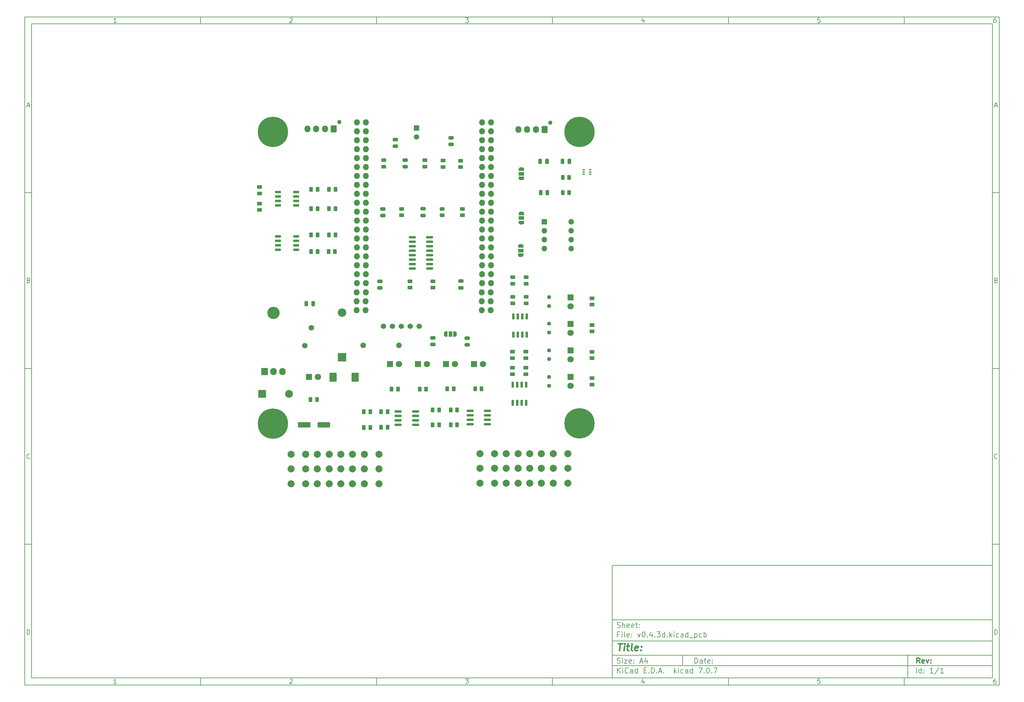
<source format=gbr>
%TF.GenerationSoftware,KiCad,Pcbnew,7.0.7*%
%TF.CreationDate,2024-10-02T11:43:54-03:00*%
%TF.ProjectId,v0.4.3d,76302e34-2e33-4642-9e6b-696361645f70,rev?*%
%TF.SameCoordinates,Original*%
%TF.FileFunction,Soldermask,Top*%
%TF.FilePolarity,Negative*%
%FSLAX46Y46*%
G04 Gerber Fmt 4.6, Leading zero omitted, Abs format (unit mm)*
G04 Created by KiCad (PCBNEW 7.0.7) date 2024-10-02 11:43:54*
%MOMM*%
%LPD*%
G01*
G04 APERTURE LIST*
G04 Aperture macros list*
%AMRoundRect*
0 Rectangle with rounded corners*
0 $1 Rounding radius*
0 $2 $3 $4 $5 $6 $7 $8 $9 X,Y pos of 4 corners*
0 Add a 4 corners polygon primitive as box body*
4,1,4,$2,$3,$4,$5,$6,$7,$8,$9,$2,$3,0*
0 Add four circle primitives for the rounded corners*
1,1,$1+$1,$2,$3*
1,1,$1+$1,$4,$5*
1,1,$1+$1,$6,$7*
1,1,$1+$1,$8,$9*
0 Add four rect primitives between the rounded corners*
20,1,$1+$1,$2,$3,$4,$5,0*
20,1,$1+$1,$4,$5,$6,$7,0*
20,1,$1+$1,$6,$7,$8,$9,0*
20,1,$1+$1,$8,$9,$2,$3,0*%
%AMFreePoly0*
4,1,19,0.550000,-0.750000,0.000000,-0.750000,0.000000,-0.744911,-0.071157,-0.744911,-0.207708,-0.704816,-0.327430,-0.627875,-0.420627,-0.520320,-0.479746,-0.390866,-0.500000,-0.250000,-0.500000,0.250000,-0.479746,0.390866,-0.420627,0.520320,-0.327430,0.627875,-0.207708,0.704816,-0.071157,0.744911,0.000000,0.744911,0.000000,0.750000,0.550000,0.750000,0.550000,-0.750000,0.550000,-0.750000,
$1*%
%AMFreePoly1*
4,1,19,0.000000,0.744911,0.071157,0.744911,0.207708,0.704816,0.327430,0.627875,0.420627,0.520320,0.479746,0.390866,0.500000,0.250000,0.500000,-0.250000,0.479746,-0.390866,0.420627,-0.520320,0.327430,-0.627875,0.207708,-0.704816,0.071157,-0.744911,0.000000,-0.744911,0.000000,-0.750000,-0.550000,-0.750000,-0.550000,0.750000,0.000000,0.750000,0.000000,0.744911,0.000000,0.744911,
$1*%
G04 Aperture macros list end*
%ADD10C,0.100000*%
%ADD11C,0.150000*%
%ADD12C,0.300000*%
%ADD13C,0.400000*%
%ADD14RoundRect,0.150000X-0.150000X0.725000X-0.150000X-0.725000X0.150000X-0.725000X0.150000X0.725000X0*%
%ADD15RoundRect,0.150000X0.725000X0.150000X-0.725000X0.150000X-0.725000X-0.150000X0.725000X-0.150000X0*%
%ADD16RoundRect,0.250000X0.450000X-0.262500X0.450000X0.262500X-0.450000X0.262500X-0.450000X-0.262500X0*%
%ADD17RoundRect,0.250000X-0.450000X0.262500X-0.450000X-0.262500X0.450000X-0.262500X0.450000X0.262500X0*%
%ADD18RoundRect,0.250000X-1.500000X-0.550000X1.500000X-0.550000X1.500000X0.550000X-1.500000X0.550000X0*%
%ADD19RoundRect,0.250000X0.250000X0.475000X-0.250000X0.475000X-0.250000X-0.475000X0.250000X-0.475000X0*%
%ADD20RoundRect,0.250000X0.262500X0.450000X-0.262500X0.450000X-0.262500X-0.450000X0.262500X-0.450000X0*%
%ADD21R,1.800000X1.800000*%
%ADD22C,1.800000*%
%ADD23C,1.200000*%
%ADD24RoundRect,0.250000X0.600000X0.725000X-0.600000X0.725000X-0.600000X-0.725000X0.600000X-0.725000X0*%
%ADD25O,1.700000X1.950000*%
%ADD26RoundRect,0.250000X-0.250000X-0.475000X0.250000X-0.475000X0.250000X0.475000X-0.250000X0.475000X0*%
%ADD27RoundRect,0.250000X-0.262500X-0.450000X0.262500X-0.450000X0.262500X0.450000X-0.262500X0.450000X0*%
%ADD28C,0.900000*%
%ADD29C,8.600000*%
%ADD30R,0.650000X0.400000*%
%ADD31FreePoly0,90.000000*%
%ADD32R,1.500000X1.000000*%
%ADD33FreePoly1,90.000000*%
%ADD34RoundRect,0.150000X-0.825000X-0.150000X0.825000X-0.150000X0.825000X0.150000X-0.825000X0.150000X0*%
%ADD35R,2.400000X2.400000*%
%ADD36O,2.400000X2.400000*%
%ADD37O,1.727200X1.727200*%
%ADD38C,1.524000*%
%ADD39R,1.524000X1.524000*%
%ADD40RoundRect,0.250000X0.475000X-0.250000X0.475000X0.250000X-0.475000X0.250000X-0.475000X-0.250000X0*%
%ADD41RoundRect,0.250000X0.250000X-0.250000X0.250000X0.250000X-0.250000X0.250000X-0.250000X-0.250000X0*%
%ADD42R,2.200000X2.200000*%
%ADD43O,2.200000X2.200000*%
%ADD44C,1.600000*%
%ADD45O,1.600000X1.600000*%
%ADD46C,1.560000*%
%ADD47RoundRect,0.250000X-0.475000X0.250000X-0.475000X-0.250000X0.475000X-0.250000X0.475000X0.250000X0*%
%ADD48FreePoly0,270.000000*%
%ADD49FreePoly1,270.000000*%
%ADD50FreePoly0,180.000000*%
%ADD51R,1.000000X1.500000*%
%ADD52FreePoly1,180.000000*%
%ADD53R,1.600000X1.600000*%
%ADD54O,3.500000X3.500000*%
%ADD55R,1.905000X2.000000*%
%ADD56O,1.905000X2.000000*%
%ADD57C,2.000000*%
%ADD58RoundRect,0.250000X-0.787500X-1.025000X0.787500X-1.025000X0.787500X1.025000X-0.787500X1.025000X0*%
G04 APERTURE END LIST*
D10*
D11*
X177002200Y-166007200D02*
X285002200Y-166007200D01*
X285002200Y-198007200D01*
X177002200Y-198007200D01*
X177002200Y-166007200D01*
D10*
D11*
X10000000Y-10000000D02*
X287002200Y-10000000D01*
X287002200Y-200007200D01*
X10000000Y-200007200D01*
X10000000Y-10000000D01*
D10*
D11*
X12000000Y-12000000D02*
X285002200Y-12000000D01*
X285002200Y-198007200D01*
X12000000Y-198007200D01*
X12000000Y-12000000D01*
D10*
D11*
X60000000Y-12000000D02*
X60000000Y-10000000D01*
D10*
D11*
X110000000Y-12000000D02*
X110000000Y-10000000D01*
D10*
D11*
X160000000Y-12000000D02*
X160000000Y-10000000D01*
D10*
D11*
X210000000Y-12000000D02*
X210000000Y-10000000D01*
D10*
D11*
X260000000Y-12000000D02*
X260000000Y-10000000D01*
D10*
D11*
X36089160Y-11593604D02*
X35346303Y-11593604D01*
X35717731Y-11593604D02*
X35717731Y-10293604D01*
X35717731Y-10293604D02*
X35593922Y-10479319D01*
X35593922Y-10479319D02*
X35470112Y-10603128D01*
X35470112Y-10603128D02*
X35346303Y-10665033D01*
D10*
D11*
X85346303Y-10417414D02*
X85408207Y-10355509D01*
X85408207Y-10355509D02*
X85532017Y-10293604D01*
X85532017Y-10293604D02*
X85841541Y-10293604D01*
X85841541Y-10293604D02*
X85965350Y-10355509D01*
X85965350Y-10355509D02*
X86027255Y-10417414D01*
X86027255Y-10417414D02*
X86089160Y-10541223D01*
X86089160Y-10541223D02*
X86089160Y-10665033D01*
X86089160Y-10665033D02*
X86027255Y-10850747D01*
X86027255Y-10850747D02*
X85284398Y-11593604D01*
X85284398Y-11593604D02*
X86089160Y-11593604D01*
D10*
D11*
X135284398Y-10293604D02*
X136089160Y-10293604D01*
X136089160Y-10293604D02*
X135655826Y-10788842D01*
X135655826Y-10788842D02*
X135841541Y-10788842D01*
X135841541Y-10788842D02*
X135965350Y-10850747D01*
X135965350Y-10850747D02*
X136027255Y-10912652D01*
X136027255Y-10912652D02*
X136089160Y-11036461D01*
X136089160Y-11036461D02*
X136089160Y-11345985D01*
X136089160Y-11345985D02*
X136027255Y-11469795D01*
X136027255Y-11469795D02*
X135965350Y-11531700D01*
X135965350Y-11531700D02*
X135841541Y-11593604D01*
X135841541Y-11593604D02*
X135470112Y-11593604D01*
X135470112Y-11593604D02*
X135346303Y-11531700D01*
X135346303Y-11531700D02*
X135284398Y-11469795D01*
D10*
D11*
X185965350Y-10726938D02*
X185965350Y-11593604D01*
X185655826Y-10231700D02*
X185346303Y-11160271D01*
X185346303Y-11160271D02*
X186151064Y-11160271D01*
D10*
D11*
X236027255Y-10293604D02*
X235408207Y-10293604D01*
X235408207Y-10293604D02*
X235346303Y-10912652D01*
X235346303Y-10912652D02*
X235408207Y-10850747D01*
X235408207Y-10850747D02*
X235532017Y-10788842D01*
X235532017Y-10788842D02*
X235841541Y-10788842D01*
X235841541Y-10788842D02*
X235965350Y-10850747D01*
X235965350Y-10850747D02*
X236027255Y-10912652D01*
X236027255Y-10912652D02*
X236089160Y-11036461D01*
X236089160Y-11036461D02*
X236089160Y-11345985D01*
X236089160Y-11345985D02*
X236027255Y-11469795D01*
X236027255Y-11469795D02*
X235965350Y-11531700D01*
X235965350Y-11531700D02*
X235841541Y-11593604D01*
X235841541Y-11593604D02*
X235532017Y-11593604D01*
X235532017Y-11593604D02*
X235408207Y-11531700D01*
X235408207Y-11531700D02*
X235346303Y-11469795D01*
D10*
D11*
X285965350Y-10293604D02*
X285717731Y-10293604D01*
X285717731Y-10293604D02*
X285593922Y-10355509D01*
X285593922Y-10355509D02*
X285532017Y-10417414D01*
X285532017Y-10417414D02*
X285408207Y-10603128D01*
X285408207Y-10603128D02*
X285346303Y-10850747D01*
X285346303Y-10850747D02*
X285346303Y-11345985D01*
X285346303Y-11345985D02*
X285408207Y-11469795D01*
X285408207Y-11469795D02*
X285470112Y-11531700D01*
X285470112Y-11531700D02*
X285593922Y-11593604D01*
X285593922Y-11593604D02*
X285841541Y-11593604D01*
X285841541Y-11593604D02*
X285965350Y-11531700D01*
X285965350Y-11531700D02*
X286027255Y-11469795D01*
X286027255Y-11469795D02*
X286089160Y-11345985D01*
X286089160Y-11345985D02*
X286089160Y-11036461D01*
X286089160Y-11036461D02*
X286027255Y-10912652D01*
X286027255Y-10912652D02*
X285965350Y-10850747D01*
X285965350Y-10850747D02*
X285841541Y-10788842D01*
X285841541Y-10788842D02*
X285593922Y-10788842D01*
X285593922Y-10788842D02*
X285470112Y-10850747D01*
X285470112Y-10850747D02*
X285408207Y-10912652D01*
X285408207Y-10912652D02*
X285346303Y-11036461D01*
D10*
D11*
X60000000Y-198007200D02*
X60000000Y-200007200D01*
D10*
D11*
X110000000Y-198007200D02*
X110000000Y-200007200D01*
D10*
D11*
X160000000Y-198007200D02*
X160000000Y-200007200D01*
D10*
D11*
X210000000Y-198007200D02*
X210000000Y-200007200D01*
D10*
D11*
X260000000Y-198007200D02*
X260000000Y-200007200D01*
D10*
D11*
X36089160Y-199600804D02*
X35346303Y-199600804D01*
X35717731Y-199600804D02*
X35717731Y-198300804D01*
X35717731Y-198300804D02*
X35593922Y-198486519D01*
X35593922Y-198486519D02*
X35470112Y-198610328D01*
X35470112Y-198610328D02*
X35346303Y-198672233D01*
D10*
D11*
X85346303Y-198424614D02*
X85408207Y-198362709D01*
X85408207Y-198362709D02*
X85532017Y-198300804D01*
X85532017Y-198300804D02*
X85841541Y-198300804D01*
X85841541Y-198300804D02*
X85965350Y-198362709D01*
X85965350Y-198362709D02*
X86027255Y-198424614D01*
X86027255Y-198424614D02*
X86089160Y-198548423D01*
X86089160Y-198548423D02*
X86089160Y-198672233D01*
X86089160Y-198672233D02*
X86027255Y-198857947D01*
X86027255Y-198857947D02*
X85284398Y-199600804D01*
X85284398Y-199600804D02*
X86089160Y-199600804D01*
D10*
D11*
X135284398Y-198300804D02*
X136089160Y-198300804D01*
X136089160Y-198300804D02*
X135655826Y-198796042D01*
X135655826Y-198796042D02*
X135841541Y-198796042D01*
X135841541Y-198796042D02*
X135965350Y-198857947D01*
X135965350Y-198857947D02*
X136027255Y-198919852D01*
X136027255Y-198919852D02*
X136089160Y-199043661D01*
X136089160Y-199043661D02*
X136089160Y-199353185D01*
X136089160Y-199353185D02*
X136027255Y-199476995D01*
X136027255Y-199476995D02*
X135965350Y-199538900D01*
X135965350Y-199538900D02*
X135841541Y-199600804D01*
X135841541Y-199600804D02*
X135470112Y-199600804D01*
X135470112Y-199600804D02*
X135346303Y-199538900D01*
X135346303Y-199538900D02*
X135284398Y-199476995D01*
D10*
D11*
X185965350Y-198734138D02*
X185965350Y-199600804D01*
X185655826Y-198238900D02*
X185346303Y-199167471D01*
X185346303Y-199167471D02*
X186151064Y-199167471D01*
D10*
D11*
X236027255Y-198300804D02*
X235408207Y-198300804D01*
X235408207Y-198300804D02*
X235346303Y-198919852D01*
X235346303Y-198919852D02*
X235408207Y-198857947D01*
X235408207Y-198857947D02*
X235532017Y-198796042D01*
X235532017Y-198796042D02*
X235841541Y-198796042D01*
X235841541Y-198796042D02*
X235965350Y-198857947D01*
X235965350Y-198857947D02*
X236027255Y-198919852D01*
X236027255Y-198919852D02*
X236089160Y-199043661D01*
X236089160Y-199043661D02*
X236089160Y-199353185D01*
X236089160Y-199353185D02*
X236027255Y-199476995D01*
X236027255Y-199476995D02*
X235965350Y-199538900D01*
X235965350Y-199538900D02*
X235841541Y-199600804D01*
X235841541Y-199600804D02*
X235532017Y-199600804D01*
X235532017Y-199600804D02*
X235408207Y-199538900D01*
X235408207Y-199538900D02*
X235346303Y-199476995D01*
D10*
D11*
X285965350Y-198300804D02*
X285717731Y-198300804D01*
X285717731Y-198300804D02*
X285593922Y-198362709D01*
X285593922Y-198362709D02*
X285532017Y-198424614D01*
X285532017Y-198424614D02*
X285408207Y-198610328D01*
X285408207Y-198610328D02*
X285346303Y-198857947D01*
X285346303Y-198857947D02*
X285346303Y-199353185D01*
X285346303Y-199353185D02*
X285408207Y-199476995D01*
X285408207Y-199476995D02*
X285470112Y-199538900D01*
X285470112Y-199538900D02*
X285593922Y-199600804D01*
X285593922Y-199600804D02*
X285841541Y-199600804D01*
X285841541Y-199600804D02*
X285965350Y-199538900D01*
X285965350Y-199538900D02*
X286027255Y-199476995D01*
X286027255Y-199476995D02*
X286089160Y-199353185D01*
X286089160Y-199353185D02*
X286089160Y-199043661D01*
X286089160Y-199043661D02*
X286027255Y-198919852D01*
X286027255Y-198919852D02*
X285965350Y-198857947D01*
X285965350Y-198857947D02*
X285841541Y-198796042D01*
X285841541Y-198796042D02*
X285593922Y-198796042D01*
X285593922Y-198796042D02*
X285470112Y-198857947D01*
X285470112Y-198857947D02*
X285408207Y-198919852D01*
X285408207Y-198919852D02*
X285346303Y-199043661D01*
D10*
D11*
X10000000Y-60000000D02*
X12000000Y-60000000D01*
D10*
D11*
X10000000Y-110000000D02*
X12000000Y-110000000D01*
D10*
D11*
X10000000Y-160000000D02*
X12000000Y-160000000D01*
D10*
D11*
X10690476Y-35222176D02*
X11309523Y-35222176D01*
X10566666Y-35593604D02*
X10999999Y-34293604D01*
X10999999Y-34293604D02*
X11433333Y-35593604D01*
D10*
D11*
X11092857Y-84912652D02*
X11278571Y-84974557D01*
X11278571Y-84974557D02*
X11340476Y-85036461D01*
X11340476Y-85036461D02*
X11402380Y-85160271D01*
X11402380Y-85160271D02*
X11402380Y-85345985D01*
X11402380Y-85345985D02*
X11340476Y-85469795D01*
X11340476Y-85469795D02*
X11278571Y-85531700D01*
X11278571Y-85531700D02*
X11154761Y-85593604D01*
X11154761Y-85593604D02*
X10659523Y-85593604D01*
X10659523Y-85593604D02*
X10659523Y-84293604D01*
X10659523Y-84293604D02*
X11092857Y-84293604D01*
X11092857Y-84293604D02*
X11216666Y-84355509D01*
X11216666Y-84355509D02*
X11278571Y-84417414D01*
X11278571Y-84417414D02*
X11340476Y-84541223D01*
X11340476Y-84541223D02*
X11340476Y-84665033D01*
X11340476Y-84665033D02*
X11278571Y-84788842D01*
X11278571Y-84788842D02*
X11216666Y-84850747D01*
X11216666Y-84850747D02*
X11092857Y-84912652D01*
X11092857Y-84912652D02*
X10659523Y-84912652D01*
D10*
D11*
X11402380Y-135469795D02*
X11340476Y-135531700D01*
X11340476Y-135531700D02*
X11154761Y-135593604D01*
X11154761Y-135593604D02*
X11030952Y-135593604D01*
X11030952Y-135593604D02*
X10845238Y-135531700D01*
X10845238Y-135531700D02*
X10721428Y-135407890D01*
X10721428Y-135407890D02*
X10659523Y-135284080D01*
X10659523Y-135284080D02*
X10597619Y-135036461D01*
X10597619Y-135036461D02*
X10597619Y-134850747D01*
X10597619Y-134850747D02*
X10659523Y-134603128D01*
X10659523Y-134603128D02*
X10721428Y-134479319D01*
X10721428Y-134479319D02*
X10845238Y-134355509D01*
X10845238Y-134355509D02*
X11030952Y-134293604D01*
X11030952Y-134293604D02*
X11154761Y-134293604D01*
X11154761Y-134293604D02*
X11340476Y-134355509D01*
X11340476Y-134355509D02*
X11402380Y-134417414D01*
D10*
D11*
X10659523Y-185593604D02*
X10659523Y-184293604D01*
X10659523Y-184293604D02*
X10969047Y-184293604D01*
X10969047Y-184293604D02*
X11154761Y-184355509D01*
X11154761Y-184355509D02*
X11278571Y-184479319D01*
X11278571Y-184479319D02*
X11340476Y-184603128D01*
X11340476Y-184603128D02*
X11402380Y-184850747D01*
X11402380Y-184850747D02*
X11402380Y-185036461D01*
X11402380Y-185036461D02*
X11340476Y-185284080D01*
X11340476Y-185284080D02*
X11278571Y-185407890D01*
X11278571Y-185407890D02*
X11154761Y-185531700D01*
X11154761Y-185531700D02*
X10969047Y-185593604D01*
X10969047Y-185593604D02*
X10659523Y-185593604D01*
D10*
D11*
X287002200Y-60000000D02*
X285002200Y-60000000D01*
D10*
D11*
X287002200Y-110000000D02*
X285002200Y-110000000D01*
D10*
D11*
X287002200Y-160000000D02*
X285002200Y-160000000D01*
D10*
D11*
X285692676Y-35222176D02*
X286311723Y-35222176D01*
X285568866Y-35593604D02*
X286002199Y-34293604D01*
X286002199Y-34293604D02*
X286435533Y-35593604D01*
D10*
D11*
X286095057Y-84912652D02*
X286280771Y-84974557D01*
X286280771Y-84974557D02*
X286342676Y-85036461D01*
X286342676Y-85036461D02*
X286404580Y-85160271D01*
X286404580Y-85160271D02*
X286404580Y-85345985D01*
X286404580Y-85345985D02*
X286342676Y-85469795D01*
X286342676Y-85469795D02*
X286280771Y-85531700D01*
X286280771Y-85531700D02*
X286156961Y-85593604D01*
X286156961Y-85593604D02*
X285661723Y-85593604D01*
X285661723Y-85593604D02*
X285661723Y-84293604D01*
X285661723Y-84293604D02*
X286095057Y-84293604D01*
X286095057Y-84293604D02*
X286218866Y-84355509D01*
X286218866Y-84355509D02*
X286280771Y-84417414D01*
X286280771Y-84417414D02*
X286342676Y-84541223D01*
X286342676Y-84541223D02*
X286342676Y-84665033D01*
X286342676Y-84665033D02*
X286280771Y-84788842D01*
X286280771Y-84788842D02*
X286218866Y-84850747D01*
X286218866Y-84850747D02*
X286095057Y-84912652D01*
X286095057Y-84912652D02*
X285661723Y-84912652D01*
D10*
D11*
X286404580Y-135469795D02*
X286342676Y-135531700D01*
X286342676Y-135531700D02*
X286156961Y-135593604D01*
X286156961Y-135593604D02*
X286033152Y-135593604D01*
X286033152Y-135593604D02*
X285847438Y-135531700D01*
X285847438Y-135531700D02*
X285723628Y-135407890D01*
X285723628Y-135407890D02*
X285661723Y-135284080D01*
X285661723Y-135284080D02*
X285599819Y-135036461D01*
X285599819Y-135036461D02*
X285599819Y-134850747D01*
X285599819Y-134850747D02*
X285661723Y-134603128D01*
X285661723Y-134603128D02*
X285723628Y-134479319D01*
X285723628Y-134479319D02*
X285847438Y-134355509D01*
X285847438Y-134355509D02*
X286033152Y-134293604D01*
X286033152Y-134293604D02*
X286156961Y-134293604D01*
X286156961Y-134293604D02*
X286342676Y-134355509D01*
X286342676Y-134355509D02*
X286404580Y-134417414D01*
D10*
D11*
X285661723Y-185593604D02*
X285661723Y-184293604D01*
X285661723Y-184293604D02*
X285971247Y-184293604D01*
X285971247Y-184293604D02*
X286156961Y-184355509D01*
X286156961Y-184355509D02*
X286280771Y-184479319D01*
X286280771Y-184479319D02*
X286342676Y-184603128D01*
X286342676Y-184603128D02*
X286404580Y-184850747D01*
X286404580Y-184850747D02*
X286404580Y-185036461D01*
X286404580Y-185036461D02*
X286342676Y-185284080D01*
X286342676Y-185284080D02*
X286280771Y-185407890D01*
X286280771Y-185407890D02*
X286156961Y-185531700D01*
X286156961Y-185531700D02*
X285971247Y-185593604D01*
X285971247Y-185593604D02*
X285661723Y-185593604D01*
D10*
D11*
X200458026Y-193793328D02*
X200458026Y-192293328D01*
X200458026Y-192293328D02*
X200815169Y-192293328D01*
X200815169Y-192293328D02*
X201029455Y-192364757D01*
X201029455Y-192364757D02*
X201172312Y-192507614D01*
X201172312Y-192507614D02*
X201243741Y-192650471D01*
X201243741Y-192650471D02*
X201315169Y-192936185D01*
X201315169Y-192936185D02*
X201315169Y-193150471D01*
X201315169Y-193150471D02*
X201243741Y-193436185D01*
X201243741Y-193436185D02*
X201172312Y-193579042D01*
X201172312Y-193579042D02*
X201029455Y-193721900D01*
X201029455Y-193721900D02*
X200815169Y-193793328D01*
X200815169Y-193793328D02*
X200458026Y-193793328D01*
X202600884Y-193793328D02*
X202600884Y-193007614D01*
X202600884Y-193007614D02*
X202529455Y-192864757D01*
X202529455Y-192864757D02*
X202386598Y-192793328D01*
X202386598Y-192793328D02*
X202100884Y-192793328D01*
X202100884Y-192793328D02*
X201958026Y-192864757D01*
X202600884Y-193721900D02*
X202458026Y-193793328D01*
X202458026Y-193793328D02*
X202100884Y-193793328D01*
X202100884Y-193793328D02*
X201958026Y-193721900D01*
X201958026Y-193721900D02*
X201886598Y-193579042D01*
X201886598Y-193579042D02*
X201886598Y-193436185D01*
X201886598Y-193436185D02*
X201958026Y-193293328D01*
X201958026Y-193293328D02*
X202100884Y-193221900D01*
X202100884Y-193221900D02*
X202458026Y-193221900D01*
X202458026Y-193221900D02*
X202600884Y-193150471D01*
X203100884Y-192793328D02*
X203672312Y-192793328D01*
X203315169Y-192293328D02*
X203315169Y-193579042D01*
X203315169Y-193579042D02*
X203386598Y-193721900D01*
X203386598Y-193721900D02*
X203529455Y-193793328D01*
X203529455Y-193793328D02*
X203672312Y-193793328D01*
X204743741Y-193721900D02*
X204600884Y-193793328D01*
X204600884Y-193793328D02*
X204315170Y-193793328D01*
X204315170Y-193793328D02*
X204172312Y-193721900D01*
X204172312Y-193721900D02*
X204100884Y-193579042D01*
X204100884Y-193579042D02*
X204100884Y-193007614D01*
X204100884Y-193007614D02*
X204172312Y-192864757D01*
X204172312Y-192864757D02*
X204315170Y-192793328D01*
X204315170Y-192793328D02*
X204600884Y-192793328D01*
X204600884Y-192793328D02*
X204743741Y-192864757D01*
X204743741Y-192864757D02*
X204815170Y-193007614D01*
X204815170Y-193007614D02*
X204815170Y-193150471D01*
X204815170Y-193150471D02*
X204100884Y-193293328D01*
X205458026Y-193650471D02*
X205529455Y-193721900D01*
X205529455Y-193721900D02*
X205458026Y-193793328D01*
X205458026Y-193793328D02*
X205386598Y-193721900D01*
X205386598Y-193721900D02*
X205458026Y-193650471D01*
X205458026Y-193650471D02*
X205458026Y-193793328D01*
X205458026Y-192864757D02*
X205529455Y-192936185D01*
X205529455Y-192936185D02*
X205458026Y-193007614D01*
X205458026Y-193007614D02*
X205386598Y-192936185D01*
X205386598Y-192936185D02*
X205458026Y-192864757D01*
X205458026Y-192864757D02*
X205458026Y-193007614D01*
D10*
D11*
X177002200Y-194507200D02*
X285002200Y-194507200D01*
D10*
D11*
X178458026Y-196593328D02*
X178458026Y-195093328D01*
X179315169Y-196593328D02*
X178672312Y-195736185D01*
X179315169Y-195093328D02*
X178458026Y-195950471D01*
X179958026Y-196593328D02*
X179958026Y-195593328D01*
X179958026Y-195093328D02*
X179886598Y-195164757D01*
X179886598Y-195164757D02*
X179958026Y-195236185D01*
X179958026Y-195236185D02*
X180029455Y-195164757D01*
X180029455Y-195164757D02*
X179958026Y-195093328D01*
X179958026Y-195093328D02*
X179958026Y-195236185D01*
X181529455Y-196450471D02*
X181458027Y-196521900D01*
X181458027Y-196521900D02*
X181243741Y-196593328D01*
X181243741Y-196593328D02*
X181100884Y-196593328D01*
X181100884Y-196593328D02*
X180886598Y-196521900D01*
X180886598Y-196521900D02*
X180743741Y-196379042D01*
X180743741Y-196379042D02*
X180672312Y-196236185D01*
X180672312Y-196236185D02*
X180600884Y-195950471D01*
X180600884Y-195950471D02*
X180600884Y-195736185D01*
X180600884Y-195736185D02*
X180672312Y-195450471D01*
X180672312Y-195450471D02*
X180743741Y-195307614D01*
X180743741Y-195307614D02*
X180886598Y-195164757D01*
X180886598Y-195164757D02*
X181100884Y-195093328D01*
X181100884Y-195093328D02*
X181243741Y-195093328D01*
X181243741Y-195093328D02*
X181458027Y-195164757D01*
X181458027Y-195164757D02*
X181529455Y-195236185D01*
X182815170Y-196593328D02*
X182815170Y-195807614D01*
X182815170Y-195807614D02*
X182743741Y-195664757D01*
X182743741Y-195664757D02*
X182600884Y-195593328D01*
X182600884Y-195593328D02*
X182315170Y-195593328D01*
X182315170Y-195593328D02*
X182172312Y-195664757D01*
X182815170Y-196521900D02*
X182672312Y-196593328D01*
X182672312Y-196593328D02*
X182315170Y-196593328D01*
X182315170Y-196593328D02*
X182172312Y-196521900D01*
X182172312Y-196521900D02*
X182100884Y-196379042D01*
X182100884Y-196379042D02*
X182100884Y-196236185D01*
X182100884Y-196236185D02*
X182172312Y-196093328D01*
X182172312Y-196093328D02*
X182315170Y-196021900D01*
X182315170Y-196021900D02*
X182672312Y-196021900D01*
X182672312Y-196021900D02*
X182815170Y-195950471D01*
X184172313Y-196593328D02*
X184172313Y-195093328D01*
X184172313Y-196521900D02*
X184029455Y-196593328D01*
X184029455Y-196593328D02*
X183743741Y-196593328D01*
X183743741Y-196593328D02*
X183600884Y-196521900D01*
X183600884Y-196521900D02*
X183529455Y-196450471D01*
X183529455Y-196450471D02*
X183458027Y-196307614D01*
X183458027Y-196307614D02*
X183458027Y-195879042D01*
X183458027Y-195879042D02*
X183529455Y-195736185D01*
X183529455Y-195736185D02*
X183600884Y-195664757D01*
X183600884Y-195664757D02*
X183743741Y-195593328D01*
X183743741Y-195593328D02*
X184029455Y-195593328D01*
X184029455Y-195593328D02*
X184172313Y-195664757D01*
X186029455Y-195807614D02*
X186529455Y-195807614D01*
X186743741Y-196593328D02*
X186029455Y-196593328D01*
X186029455Y-196593328D02*
X186029455Y-195093328D01*
X186029455Y-195093328D02*
X186743741Y-195093328D01*
X187386598Y-196450471D02*
X187458027Y-196521900D01*
X187458027Y-196521900D02*
X187386598Y-196593328D01*
X187386598Y-196593328D02*
X187315170Y-196521900D01*
X187315170Y-196521900D02*
X187386598Y-196450471D01*
X187386598Y-196450471D02*
X187386598Y-196593328D01*
X188100884Y-196593328D02*
X188100884Y-195093328D01*
X188100884Y-195093328D02*
X188458027Y-195093328D01*
X188458027Y-195093328D02*
X188672313Y-195164757D01*
X188672313Y-195164757D02*
X188815170Y-195307614D01*
X188815170Y-195307614D02*
X188886599Y-195450471D01*
X188886599Y-195450471D02*
X188958027Y-195736185D01*
X188958027Y-195736185D02*
X188958027Y-195950471D01*
X188958027Y-195950471D02*
X188886599Y-196236185D01*
X188886599Y-196236185D02*
X188815170Y-196379042D01*
X188815170Y-196379042D02*
X188672313Y-196521900D01*
X188672313Y-196521900D02*
X188458027Y-196593328D01*
X188458027Y-196593328D02*
X188100884Y-196593328D01*
X189600884Y-196450471D02*
X189672313Y-196521900D01*
X189672313Y-196521900D02*
X189600884Y-196593328D01*
X189600884Y-196593328D02*
X189529456Y-196521900D01*
X189529456Y-196521900D02*
X189600884Y-196450471D01*
X189600884Y-196450471D02*
X189600884Y-196593328D01*
X190243742Y-196164757D02*
X190958028Y-196164757D01*
X190100885Y-196593328D02*
X190600885Y-195093328D01*
X190600885Y-195093328D02*
X191100885Y-196593328D01*
X191600884Y-196450471D02*
X191672313Y-196521900D01*
X191672313Y-196521900D02*
X191600884Y-196593328D01*
X191600884Y-196593328D02*
X191529456Y-196521900D01*
X191529456Y-196521900D02*
X191600884Y-196450471D01*
X191600884Y-196450471D02*
X191600884Y-196593328D01*
X194600884Y-196593328D02*
X194600884Y-195093328D01*
X194743742Y-196021900D02*
X195172313Y-196593328D01*
X195172313Y-195593328D02*
X194600884Y-196164757D01*
X195815170Y-196593328D02*
X195815170Y-195593328D01*
X195815170Y-195093328D02*
X195743742Y-195164757D01*
X195743742Y-195164757D02*
X195815170Y-195236185D01*
X195815170Y-195236185D02*
X195886599Y-195164757D01*
X195886599Y-195164757D02*
X195815170Y-195093328D01*
X195815170Y-195093328D02*
X195815170Y-195236185D01*
X197172314Y-196521900D02*
X197029456Y-196593328D01*
X197029456Y-196593328D02*
X196743742Y-196593328D01*
X196743742Y-196593328D02*
X196600885Y-196521900D01*
X196600885Y-196521900D02*
X196529456Y-196450471D01*
X196529456Y-196450471D02*
X196458028Y-196307614D01*
X196458028Y-196307614D02*
X196458028Y-195879042D01*
X196458028Y-195879042D02*
X196529456Y-195736185D01*
X196529456Y-195736185D02*
X196600885Y-195664757D01*
X196600885Y-195664757D02*
X196743742Y-195593328D01*
X196743742Y-195593328D02*
X197029456Y-195593328D01*
X197029456Y-195593328D02*
X197172314Y-195664757D01*
X198458028Y-196593328D02*
X198458028Y-195807614D01*
X198458028Y-195807614D02*
X198386599Y-195664757D01*
X198386599Y-195664757D02*
X198243742Y-195593328D01*
X198243742Y-195593328D02*
X197958028Y-195593328D01*
X197958028Y-195593328D02*
X197815170Y-195664757D01*
X198458028Y-196521900D02*
X198315170Y-196593328D01*
X198315170Y-196593328D02*
X197958028Y-196593328D01*
X197958028Y-196593328D02*
X197815170Y-196521900D01*
X197815170Y-196521900D02*
X197743742Y-196379042D01*
X197743742Y-196379042D02*
X197743742Y-196236185D01*
X197743742Y-196236185D02*
X197815170Y-196093328D01*
X197815170Y-196093328D02*
X197958028Y-196021900D01*
X197958028Y-196021900D02*
X198315170Y-196021900D01*
X198315170Y-196021900D02*
X198458028Y-195950471D01*
X199815171Y-196593328D02*
X199815171Y-195093328D01*
X199815171Y-196521900D02*
X199672313Y-196593328D01*
X199672313Y-196593328D02*
X199386599Y-196593328D01*
X199386599Y-196593328D02*
X199243742Y-196521900D01*
X199243742Y-196521900D02*
X199172313Y-196450471D01*
X199172313Y-196450471D02*
X199100885Y-196307614D01*
X199100885Y-196307614D02*
X199100885Y-195879042D01*
X199100885Y-195879042D02*
X199172313Y-195736185D01*
X199172313Y-195736185D02*
X199243742Y-195664757D01*
X199243742Y-195664757D02*
X199386599Y-195593328D01*
X199386599Y-195593328D02*
X199672313Y-195593328D01*
X199672313Y-195593328D02*
X199815171Y-195664757D01*
X201529456Y-195093328D02*
X202529456Y-195093328D01*
X202529456Y-195093328D02*
X201886599Y-196593328D01*
X203100884Y-196450471D02*
X203172313Y-196521900D01*
X203172313Y-196521900D02*
X203100884Y-196593328D01*
X203100884Y-196593328D02*
X203029456Y-196521900D01*
X203029456Y-196521900D02*
X203100884Y-196450471D01*
X203100884Y-196450471D02*
X203100884Y-196593328D01*
X204100885Y-195093328D02*
X204243742Y-195093328D01*
X204243742Y-195093328D02*
X204386599Y-195164757D01*
X204386599Y-195164757D02*
X204458028Y-195236185D01*
X204458028Y-195236185D02*
X204529456Y-195379042D01*
X204529456Y-195379042D02*
X204600885Y-195664757D01*
X204600885Y-195664757D02*
X204600885Y-196021900D01*
X204600885Y-196021900D02*
X204529456Y-196307614D01*
X204529456Y-196307614D02*
X204458028Y-196450471D01*
X204458028Y-196450471D02*
X204386599Y-196521900D01*
X204386599Y-196521900D02*
X204243742Y-196593328D01*
X204243742Y-196593328D02*
X204100885Y-196593328D01*
X204100885Y-196593328D02*
X203958028Y-196521900D01*
X203958028Y-196521900D02*
X203886599Y-196450471D01*
X203886599Y-196450471D02*
X203815170Y-196307614D01*
X203815170Y-196307614D02*
X203743742Y-196021900D01*
X203743742Y-196021900D02*
X203743742Y-195664757D01*
X203743742Y-195664757D02*
X203815170Y-195379042D01*
X203815170Y-195379042D02*
X203886599Y-195236185D01*
X203886599Y-195236185D02*
X203958028Y-195164757D01*
X203958028Y-195164757D02*
X204100885Y-195093328D01*
X205243741Y-196450471D02*
X205315170Y-196521900D01*
X205315170Y-196521900D02*
X205243741Y-196593328D01*
X205243741Y-196593328D02*
X205172313Y-196521900D01*
X205172313Y-196521900D02*
X205243741Y-196450471D01*
X205243741Y-196450471D02*
X205243741Y-196593328D01*
X205815170Y-195093328D02*
X206815170Y-195093328D01*
X206815170Y-195093328D02*
X206172313Y-196593328D01*
D10*
D11*
X177002200Y-191507200D02*
X285002200Y-191507200D01*
D10*
D12*
X264413853Y-193785528D02*
X263913853Y-193071242D01*
X263556710Y-193785528D02*
X263556710Y-192285528D01*
X263556710Y-192285528D02*
X264128139Y-192285528D01*
X264128139Y-192285528D02*
X264270996Y-192356957D01*
X264270996Y-192356957D02*
X264342425Y-192428385D01*
X264342425Y-192428385D02*
X264413853Y-192571242D01*
X264413853Y-192571242D02*
X264413853Y-192785528D01*
X264413853Y-192785528D02*
X264342425Y-192928385D01*
X264342425Y-192928385D02*
X264270996Y-192999814D01*
X264270996Y-192999814D02*
X264128139Y-193071242D01*
X264128139Y-193071242D02*
X263556710Y-193071242D01*
X265628139Y-193714100D02*
X265485282Y-193785528D01*
X265485282Y-193785528D02*
X265199568Y-193785528D01*
X265199568Y-193785528D02*
X265056710Y-193714100D01*
X265056710Y-193714100D02*
X264985282Y-193571242D01*
X264985282Y-193571242D02*
X264985282Y-192999814D01*
X264985282Y-192999814D02*
X265056710Y-192856957D01*
X265056710Y-192856957D02*
X265199568Y-192785528D01*
X265199568Y-192785528D02*
X265485282Y-192785528D01*
X265485282Y-192785528D02*
X265628139Y-192856957D01*
X265628139Y-192856957D02*
X265699568Y-192999814D01*
X265699568Y-192999814D02*
X265699568Y-193142671D01*
X265699568Y-193142671D02*
X264985282Y-193285528D01*
X266199567Y-192785528D02*
X266556710Y-193785528D01*
X266556710Y-193785528D02*
X266913853Y-192785528D01*
X267485281Y-193642671D02*
X267556710Y-193714100D01*
X267556710Y-193714100D02*
X267485281Y-193785528D01*
X267485281Y-193785528D02*
X267413853Y-193714100D01*
X267413853Y-193714100D02*
X267485281Y-193642671D01*
X267485281Y-193642671D02*
X267485281Y-193785528D01*
X267485281Y-192856957D02*
X267556710Y-192928385D01*
X267556710Y-192928385D02*
X267485281Y-192999814D01*
X267485281Y-192999814D02*
X267413853Y-192928385D01*
X267413853Y-192928385D02*
X267485281Y-192856957D01*
X267485281Y-192856957D02*
X267485281Y-192999814D01*
D10*
D11*
X178386598Y-193721900D02*
X178600884Y-193793328D01*
X178600884Y-193793328D02*
X178958026Y-193793328D01*
X178958026Y-193793328D02*
X179100884Y-193721900D01*
X179100884Y-193721900D02*
X179172312Y-193650471D01*
X179172312Y-193650471D02*
X179243741Y-193507614D01*
X179243741Y-193507614D02*
X179243741Y-193364757D01*
X179243741Y-193364757D02*
X179172312Y-193221900D01*
X179172312Y-193221900D02*
X179100884Y-193150471D01*
X179100884Y-193150471D02*
X178958026Y-193079042D01*
X178958026Y-193079042D02*
X178672312Y-193007614D01*
X178672312Y-193007614D02*
X178529455Y-192936185D01*
X178529455Y-192936185D02*
X178458026Y-192864757D01*
X178458026Y-192864757D02*
X178386598Y-192721900D01*
X178386598Y-192721900D02*
X178386598Y-192579042D01*
X178386598Y-192579042D02*
X178458026Y-192436185D01*
X178458026Y-192436185D02*
X178529455Y-192364757D01*
X178529455Y-192364757D02*
X178672312Y-192293328D01*
X178672312Y-192293328D02*
X179029455Y-192293328D01*
X179029455Y-192293328D02*
X179243741Y-192364757D01*
X179886597Y-193793328D02*
X179886597Y-192793328D01*
X179886597Y-192293328D02*
X179815169Y-192364757D01*
X179815169Y-192364757D02*
X179886597Y-192436185D01*
X179886597Y-192436185D02*
X179958026Y-192364757D01*
X179958026Y-192364757D02*
X179886597Y-192293328D01*
X179886597Y-192293328D02*
X179886597Y-192436185D01*
X180458026Y-192793328D02*
X181243741Y-192793328D01*
X181243741Y-192793328D02*
X180458026Y-193793328D01*
X180458026Y-193793328D02*
X181243741Y-193793328D01*
X182386598Y-193721900D02*
X182243741Y-193793328D01*
X182243741Y-193793328D02*
X181958027Y-193793328D01*
X181958027Y-193793328D02*
X181815169Y-193721900D01*
X181815169Y-193721900D02*
X181743741Y-193579042D01*
X181743741Y-193579042D02*
X181743741Y-193007614D01*
X181743741Y-193007614D02*
X181815169Y-192864757D01*
X181815169Y-192864757D02*
X181958027Y-192793328D01*
X181958027Y-192793328D02*
X182243741Y-192793328D01*
X182243741Y-192793328D02*
X182386598Y-192864757D01*
X182386598Y-192864757D02*
X182458027Y-193007614D01*
X182458027Y-193007614D02*
X182458027Y-193150471D01*
X182458027Y-193150471D02*
X181743741Y-193293328D01*
X183100883Y-193650471D02*
X183172312Y-193721900D01*
X183172312Y-193721900D02*
X183100883Y-193793328D01*
X183100883Y-193793328D02*
X183029455Y-193721900D01*
X183029455Y-193721900D02*
X183100883Y-193650471D01*
X183100883Y-193650471D02*
X183100883Y-193793328D01*
X183100883Y-192864757D02*
X183172312Y-192936185D01*
X183172312Y-192936185D02*
X183100883Y-193007614D01*
X183100883Y-193007614D02*
X183029455Y-192936185D01*
X183029455Y-192936185D02*
X183100883Y-192864757D01*
X183100883Y-192864757D02*
X183100883Y-193007614D01*
X184886598Y-193364757D02*
X185600884Y-193364757D01*
X184743741Y-193793328D02*
X185243741Y-192293328D01*
X185243741Y-192293328D02*
X185743741Y-193793328D01*
X186886598Y-192793328D02*
X186886598Y-193793328D01*
X186529455Y-192221900D02*
X186172312Y-193293328D01*
X186172312Y-193293328D02*
X187100883Y-193293328D01*
D10*
D11*
X263458026Y-196593328D02*
X263458026Y-195093328D01*
X264815170Y-196593328D02*
X264815170Y-195093328D01*
X264815170Y-196521900D02*
X264672312Y-196593328D01*
X264672312Y-196593328D02*
X264386598Y-196593328D01*
X264386598Y-196593328D02*
X264243741Y-196521900D01*
X264243741Y-196521900D02*
X264172312Y-196450471D01*
X264172312Y-196450471D02*
X264100884Y-196307614D01*
X264100884Y-196307614D02*
X264100884Y-195879042D01*
X264100884Y-195879042D02*
X264172312Y-195736185D01*
X264172312Y-195736185D02*
X264243741Y-195664757D01*
X264243741Y-195664757D02*
X264386598Y-195593328D01*
X264386598Y-195593328D02*
X264672312Y-195593328D01*
X264672312Y-195593328D02*
X264815170Y-195664757D01*
X265529455Y-196450471D02*
X265600884Y-196521900D01*
X265600884Y-196521900D02*
X265529455Y-196593328D01*
X265529455Y-196593328D02*
X265458027Y-196521900D01*
X265458027Y-196521900D02*
X265529455Y-196450471D01*
X265529455Y-196450471D02*
X265529455Y-196593328D01*
X265529455Y-195664757D02*
X265600884Y-195736185D01*
X265600884Y-195736185D02*
X265529455Y-195807614D01*
X265529455Y-195807614D02*
X265458027Y-195736185D01*
X265458027Y-195736185D02*
X265529455Y-195664757D01*
X265529455Y-195664757D02*
X265529455Y-195807614D01*
X268172313Y-196593328D02*
X267315170Y-196593328D01*
X267743741Y-196593328D02*
X267743741Y-195093328D01*
X267743741Y-195093328D02*
X267600884Y-195307614D01*
X267600884Y-195307614D02*
X267458027Y-195450471D01*
X267458027Y-195450471D02*
X267315170Y-195521900D01*
X269886598Y-195021900D02*
X268600884Y-196950471D01*
X271172313Y-196593328D02*
X270315170Y-196593328D01*
X270743741Y-196593328D02*
X270743741Y-195093328D01*
X270743741Y-195093328D02*
X270600884Y-195307614D01*
X270600884Y-195307614D02*
X270458027Y-195450471D01*
X270458027Y-195450471D02*
X270315170Y-195521900D01*
D10*
D11*
X177002200Y-187507200D02*
X285002200Y-187507200D01*
D10*
D13*
X178693928Y-188211638D02*
X179836785Y-188211638D01*
X179015357Y-190211638D02*
X179265357Y-188211638D01*
X180253452Y-190211638D02*
X180420119Y-188878304D01*
X180503452Y-188211638D02*
X180396309Y-188306876D01*
X180396309Y-188306876D02*
X180479643Y-188402114D01*
X180479643Y-188402114D02*
X180586786Y-188306876D01*
X180586786Y-188306876D02*
X180503452Y-188211638D01*
X180503452Y-188211638D02*
X180479643Y-188402114D01*
X181086786Y-188878304D02*
X181848690Y-188878304D01*
X181455833Y-188211638D02*
X181241548Y-189925923D01*
X181241548Y-189925923D02*
X181312976Y-190116400D01*
X181312976Y-190116400D02*
X181491548Y-190211638D01*
X181491548Y-190211638D02*
X181682024Y-190211638D01*
X182634405Y-190211638D02*
X182455833Y-190116400D01*
X182455833Y-190116400D02*
X182384405Y-189925923D01*
X182384405Y-189925923D02*
X182598690Y-188211638D01*
X184170119Y-190116400D02*
X183967738Y-190211638D01*
X183967738Y-190211638D02*
X183586785Y-190211638D01*
X183586785Y-190211638D02*
X183408214Y-190116400D01*
X183408214Y-190116400D02*
X183336785Y-189925923D01*
X183336785Y-189925923D02*
X183432024Y-189164019D01*
X183432024Y-189164019D02*
X183551071Y-188973542D01*
X183551071Y-188973542D02*
X183753452Y-188878304D01*
X183753452Y-188878304D02*
X184134404Y-188878304D01*
X184134404Y-188878304D02*
X184312976Y-188973542D01*
X184312976Y-188973542D02*
X184384404Y-189164019D01*
X184384404Y-189164019D02*
X184360595Y-189354495D01*
X184360595Y-189354495D02*
X183384404Y-189544971D01*
X185134405Y-190021161D02*
X185217738Y-190116400D01*
X185217738Y-190116400D02*
X185110595Y-190211638D01*
X185110595Y-190211638D02*
X185027262Y-190116400D01*
X185027262Y-190116400D02*
X185134405Y-190021161D01*
X185134405Y-190021161D02*
X185110595Y-190211638D01*
X185265357Y-188973542D02*
X185348690Y-189068780D01*
X185348690Y-189068780D02*
X185241548Y-189164019D01*
X185241548Y-189164019D02*
X185158214Y-189068780D01*
X185158214Y-189068780D02*
X185265357Y-188973542D01*
X185265357Y-188973542D02*
X185241548Y-189164019D01*
D10*
D11*
X178958026Y-185607614D02*
X178458026Y-185607614D01*
X178458026Y-186393328D02*
X178458026Y-184893328D01*
X178458026Y-184893328D02*
X179172312Y-184893328D01*
X179743740Y-186393328D02*
X179743740Y-185393328D01*
X179743740Y-184893328D02*
X179672312Y-184964757D01*
X179672312Y-184964757D02*
X179743740Y-185036185D01*
X179743740Y-185036185D02*
X179815169Y-184964757D01*
X179815169Y-184964757D02*
X179743740Y-184893328D01*
X179743740Y-184893328D02*
X179743740Y-185036185D01*
X180672312Y-186393328D02*
X180529455Y-186321900D01*
X180529455Y-186321900D02*
X180458026Y-186179042D01*
X180458026Y-186179042D02*
X180458026Y-184893328D01*
X181815169Y-186321900D02*
X181672312Y-186393328D01*
X181672312Y-186393328D02*
X181386598Y-186393328D01*
X181386598Y-186393328D02*
X181243740Y-186321900D01*
X181243740Y-186321900D02*
X181172312Y-186179042D01*
X181172312Y-186179042D02*
X181172312Y-185607614D01*
X181172312Y-185607614D02*
X181243740Y-185464757D01*
X181243740Y-185464757D02*
X181386598Y-185393328D01*
X181386598Y-185393328D02*
X181672312Y-185393328D01*
X181672312Y-185393328D02*
X181815169Y-185464757D01*
X181815169Y-185464757D02*
X181886598Y-185607614D01*
X181886598Y-185607614D02*
X181886598Y-185750471D01*
X181886598Y-185750471D02*
X181172312Y-185893328D01*
X182529454Y-186250471D02*
X182600883Y-186321900D01*
X182600883Y-186321900D02*
X182529454Y-186393328D01*
X182529454Y-186393328D02*
X182458026Y-186321900D01*
X182458026Y-186321900D02*
X182529454Y-186250471D01*
X182529454Y-186250471D02*
X182529454Y-186393328D01*
X182529454Y-185464757D02*
X182600883Y-185536185D01*
X182600883Y-185536185D02*
X182529454Y-185607614D01*
X182529454Y-185607614D02*
X182458026Y-185536185D01*
X182458026Y-185536185D02*
X182529454Y-185464757D01*
X182529454Y-185464757D02*
X182529454Y-185607614D01*
X184243740Y-185393328D02*
X184600883Y-186393328D01*
X184600883Y-186393328D02*
X184958026Y-185393328D01*
X185815169Y-184893328D02*
X185958026Y-184893328D01*
X185958026Y-184893328D02*
X186100883Y-184964757D01*
X186100883Y-184964757D02*
X186172312Y-185036185D01*
X186172312Y-185036185D02*
X186243740Y-185179042D01*
X186243740Y-185179042D02*
X186315169Y-185464757D01*
X186315169Y-185464757D02*
X186315169Y-185821900D01*
X186315169Y-185821900D02*
X186243740Y-186107614D01*
X186243740Y-186107614D02*
X186172312Y-186250471D01*
X186172312Y-186250471D02*
X186100883Y-186321900D01*
X186100883Y-186321900D02*
X185958026Y-186393328D01*
X185958026Y-186393328D02*
X185815169Y-186393328D01*
X185815169Y-186393328D02*
X185672312Y-186321900D01*
X185672312Y-186321900D02*
X185600883Y-186250471D01*
X185600883Y-186250471D02*
X185529454Y-186107614D01*
X185529454Y-186107614D02*
X185458026Y-185821900D01*
X185458026Y-185821900D02*
X185458026Y-185464757D01*
X185458026Y-185464757D02*
X185529454Y-185179042D01*
X185529454Y-185179042D02*
X185600883Y-185036185D01*
X185600883Y-185036185D02*
X185672312Y-184964757D01*
X185672312Y-184964757D02*
X185815169Y-184893328D01*
X186958025Y-186250471D02*
X187029454Y-186321900D01*
X187029454Y-186321900D02*
X186958025Y-186393328D01*
X186958025Y-186393328D02*
X186886597Y-186321900D01*
X186886597Y-186321900D02*
X186958025Y-186250471D01*
X186958025Y-186250471D02*
X186958025Y-186393328D01*
X188315169Y-185393328D02*
X188315169Y-186393328D01*
X187958026Y-184821900D02*
X187600883Y-185893328D01*
X187600883Y-185893328D02*
X188529454Y-185893328D01*
X189100882Y-186250471D02*
X189172311Y-186321900D01*
X189172311Y-186321900D02*
X189100882Y-186393328D01*
X189100882Y-186393328D02*
X189029454Y-186321900D01*
X189029454Y-186321900D02*
X189100882Y-186250471D01*
X189100882Y-186250471D02*
X189100882Y-186393328D01*
X189672311Y-184893328D02*
X190600883Y-184893328D01*
X190600883Y-184893328D02*
X190100883Y-185464757D01*
X190100883Y-185464757D02*
X190315168Y-185464757D01*
X190315168Y-185464757D02*
X190458026Y-185536185D01*
X190458026Y-185536185D02*
X190529454Y-185607614D01*
X190529454Y-185607614D02*
X190600883Y-185750471D01*
X190600883Y-185750471D02*
X190600883Y-186107614D01*
X190600883Y-186107614D02*
X190529454Y-186250471D01*
X190529454Y-186250471D02*
X190458026Y-186321900D01*
X190458026Y-186321900D02*
X190315168Y-186393328D01*
X190315168Y-186393328D02*
X189886597Y-186393328D01*
X189886597Y-186393328D02*
X189743740Y-186321900D01*
X189743740Y-186321900D02*
X189672311Y-186250471D01*
X191886597Y-186393328D02*
X191886597Y-184893328D01*
X191886597Y-186321900D02*
X191743739Y-186393328D01*
X191743739Y-186393328D02*
X191458025Y-186393328D01*
X191458025Y-186393328D02*
X191315168Y-186321900D01*
X191315168Y-186321900D02*
X191243739Y-186250471D01*
X191243739Y-186250471D02*
X191172311Y-186107614D01*
X191172311Y-186107614D02*
X191172311Y-185679042D01*
X191172311Y-185679042D02*
X191243739Y-185536185D01*
X191243739Y-185536185D02*
X191315168Y-185464757D01*
X191315168Y-185464757D02*
X191458025Y-185393328D01*
X191458025Y-185393328D02*
X191743739Y-185393328D01*
X191743739Y-185393328D02*
X191886597Y-185464757D01*
X192600882Y-186250471D02*
X192672311Y-186321900D01*
X192672311Y-186321900D02*
X192600882Y-186393328D01*
X192600882Y-186393328D02*
X192529454Y-186321900D01*
X192529454Y-186321900D02*
X192600882Y-186250471D01*
X192600882Y-186250471D02*
X192600882Y-186393328D01*
X193315168Y-186393328D02*
X193315168Y-184893328D01*
X193458026Y-185821900D02*
X193886597Y-186393328D01*
X193886597Y-185393328D02*
X193315168Y-185964757D01*
X194529454Y-186393328D02*
X194529454Y-185393328D01*
X194529454Y-184893328D02*
X194458026Y-184964757D01*
X194458026Y-184964757D02*
X194529454Y-185036185D01*
X194529454Y-185036185D02*
X194600883Y-184964757D01*
X194600883Y-184964757D02*
X194529454Y-184893328D01*
X194529454Y-184893328D02*
X194529454Y-185036185D01*
X195886598Y-186321900D02*
X195743740Y-186393328D01*
X195743740Y-186393328D02*
X195458026Y-186393328D01*
X195458026Y-186393328D02*
X195315169Y-186321900D01*
X195315169Y-186321900D02*
X195243740Y-186250471D01*
X195243740Y-186250471D02*
X195172312Y-186107614D01*
X195172312Y-186107614D02*
X195172312Y-185679042D01*
X195172312Y-185679042D02*
X195243740Y-185536185D01*
X195243740Y-185536185D02*
X195315169Y-185464757D01*
X195315169Y-185464757D02*
X195458026Y-185393328D01*
X195458026Y-185393328D02*
X195743740Y-185393328D01*
X195743740Y-185393328D02*
X195886598Y-185464757D01*
X197172312Y-186393328D02*
X197172312Y-185607614D01*
X197172312Y-185607614D02*
X197100883Y-185464757D01*
X197100883Y-185464757D02*
X196958026Y-185393328D01*
X196958026Y-185393328D02*
X196672312Y-185393328D01*
X196672312Y-185393328D02*
X196529454Y-185464757D01*
X197172312Y-186321900D02*
X197029454Y-186393328D01*
X197029454Y-186393328D02*
X196672312Y-186393328D01*
X196672312Y-186393328D02*
X196529454Y-186321900D01*
X196529454Y-186321900D02*
X196458026Y-186179042D01*
X196458026Y-186179042D02*
X196458026Y-186036185D01*
X196458026Y-186036185D02*
X196529454Y-185893328D01*
X196529454Y-185893328D02*
X196672312Y-185821900D01*
X196672312Y-185821900D02*
X197029454Y-185821900D01*
X197029454Y-185821900D02*
X197172312Y-185750471D01*
X198529455Y-186393328D02*
X198529455Y-184893328D01*
X198529455Y-186321900D02*
X198386597Y-186393328D01*
X198386597Y-186393328D02*
X198100883Y-186393328D01*
X198100883Y-186393328D02*
X197958026Y-186321900D01*
X197958026Y-186321900D02*
X197886597Y-186250471D01*
X197886597Y-186250471D02*
X197815169Y-186107614D01*
X197815169Y-186107614D02*
X197815169Y-185679042D01*
X197815169Y-185679042D02*
X197886597Y-185536185D01*
X197886597Y-185536185D02*
X197958026Y-185464757D01*
X197958026Y-185464757D02*
X198100883Y-185393328D01*
X198100883Y-185393328D02*
X198386597Y-185393328D01*
X198386597Y-185393328D02*
X198529455Y-185464757D01*
X198886598Y-186536185D02*
X200029455Y-186536185D01*
X200386597Y-185393328D02*
X200386597Y-186893328D01*
X200386597Y-185464757D02*
X200529455Y-185393328D01*
X200529455Y-185393328D02*
X200815169Y-185393328D01*
X200815169Y-185393328D02*
X200958026Y-185464757D01*
X200958026Y-185464757D02*
X201029455Y-185536185D01*
X201029455Y-185536185D02*
X201100883Y-185679042D01*
X201100883Y-185679042D02*
X201100883Y-186107614D01*
X201100883Y-186107614D02*
X201029455Y-186250471D01*
X201029455Y-186250471D02*
X200958026Y-186321900D01*
X200958026Y-186321900D02*
X200815169Y-186393328D01*
X200815169Y-186393328D02*
X200529455Y-186393328D01*
X200529455Y-186393328D02*
X200386597Y-186321900D01*
X202386598Y-186321900D02*
X202243740Y-186393328D01*
X202243740Y-186393328D02*
X201958026Y-186393328D01*
X201958026Y-186393328D02*
X201815169Y-186321900D01*
X201815169Y-186321900D02*
X201743740Y-186250471D01*
X201743740Y-186250471D02*
X201672312Y-186107614D01*
X201672312Y-186107614D02*
X201672312Y-185679042D01*
X201672312Y-185679042D02*
X201743740Y-185536185D01*
X201743740Y-185536185D02*
X201815169Y-185464757D01*
X201815169Y-185464757D02*
X201958026Y-185393328D01*
X201958026Y-185393328D02*
X202243740Y-185393328D01*
X202243740Y-185393328D02*
X202386598Y-185464757D01*
X203029454Y-186393328D02*
X203029454Y-184893328D01*
X203029454Y-185464757D02*
X203172312Y-185393328D01*
X203172312Y-185393328D02*
X203458026Y-185393328D01*
X203458026Y-185393328D02*
X203600883Y-185464757D01*
X203600883Y-185464757D02*
X203672312Y-185536185D01*
X203672312Y-185536185D02*
X203743740Y-185679042D01*
X203743740Y-185679042D02*
X203743740Y-186107614D01*
X203743740Y-186107614D02*
X203672312Y-186250471D01*
X203672312Y-186250471D02*
X203600883Y-186321900D01*
X203600883Y-186321900D02*
X203458026Y-186393328D01*
X203458026Y-186393328D02*
X203172312Y-186393328D01*
X203172312Y-186393328D02*
X203029454Y-186321900D01*
D10*
D11*
X177002200Y-181507200D02*
X285002200Y-181507200D01*
D10*
D11*
X178386598Y-183621900D02*
X178600884Y-183693328D01*
X178600884Y-183693328D02*
X178958026Y-183693328D01*
X178958026Y-183693328D02*
X179100884Y-183621900D01*
X179100884Y-183621900D02*
X179172312Y-183550471D01*
X179172312Y-183550471D02*
X179243741Y-183407614D01*
X179243741Y-183407614D02*
X179243741Y-183264757D01*
X179243741Y-183264757D02*
X179172312Y-183121900D01*
X179172312Y-183121900D02*
X179100884Y-183050471D01*
X179100884Y-183050471D02*
X178958026Y-182979042D01*
X178958026Y-182979042D02*
X178672312Y-182907614D01*
X178672312Y-182907614D02*
X178529455Y-182836185D01*
X178529455Y-182836185D02*
X178458026Y-182764757D01*
X178458026Y-182764757D02*
X178386598Y-182621900D01*
X178386598Y-182621900D02*
X178386598Y-182479042D01*
X178386598Y-182479042D02*
X178458026Y-182336185D01*
X178458026Y-182336185D02*
X178529455Y-182264757D01*
X178529455Y-182264757D02*
X178672312Y-182193328D01*
X178672312Y-182193328D02*
X179029455Y-182193328D01*
X179029455Y-182193328D02*
X179243741Y-182264757D01*
X179886597Y-183693328D02*
X179886597Y-182193328D01*
X180529455Y-183693328D02*
X180529455Y-182907614D01*
X180529455Y-182907614D02*
X180458026Y-182764757D01*
X180458026Y-182764757D02*
X180315169Y-182693328D01*
X180315169Y-182693328D02*
X180100883Y-182693328D01*
X180100883Y-182693328D02*
X179958026Y-182764757D01*
X179958026Y-182764757D02*
X179886597Y-182836185D01*
X181815169Y-183621900D02*
X181672312Y-183693328D01*
X181672312Y-183693328D02*
X181386598Y-183693328D01*
X181386598Y-183693328D02*
X181243740Y-183621900D01*
X181243740Y-183621900D02*
X181172312Y-183479042D01*
X181172312Y-183479042D02*
X181172312Y-182907614D01*
X181172312Y-182907614D02*
X181243740Y-182764757D01*
X181243740Y-182764757D02*
X181386598Y-182693328D01*
X181386598Y-182693328D02*
X181672312Y-182693328D01*
X181672312Y-182693328D02*
X181815169Y-182764757D01*
X181815169Y-182764757D02*
X181886598Y-182907614D01*
X181886598Y-182907614D02*
X181886598Y-183050471D01*
X181886598Y-183050471D02*
X181172312Y-183193328D01*
X183100883Y-183621900D02*
X182958026Y-183693328D01*
X182958026Y-183693328D02*
X182672312Y-183693328D01*
X182672312Y-183693328D02*
X182529454Y-183621900D01*
X182529454Y-183621900D02*
X182458026Y-183479042D01*
X182458026Y-183479042D02*
X182458026Y-182907614D01*
X182458026Y-182907614D02*
X182529454Y-182764757D01*
X182529454Y-182764757D02*
X182672312Y-182693328D01*
X182672312Y-182693328D02*
X182958026Y-182693328D01*
X182958026Y-182693328D02*
X183100883Y-182764757D01*
X183100883Y-182764757D02*
X183172312Y-182907614D01*
X183172312Y-182907614D02*
X183172312Y-183050471D01*
X183172312Y-183050471D02*
X182458026Y-183193328D01*
X183600883Y-182693328D02*
X184172311Y-182693328D01*
X183815168Y-182193328D02*
X183815168Y-183479042D01*
X183815168Y-183479042D02*
X183886597Y-183621900D01*
X183886597Y-183621900D02*
X184029454Y-183693328D01*
X184029454Y-183693328D02*
X184172311Y-183693328D01*
X184672311Y-183550471D02*
X184743740Y-183621900D01*
X184743740Y-183621900D02*
X184672311Y-183693328D01*
X184672311Y-183693328D02*
X184600883Y-183621900D01*
X184600883Y-183621900D02*
X184672311Y-183550471D01*
X184672311Y-183550471D02*
X184672311Y-183693328D01*
X184672311Y-182764757D02*
X184743740Y-182836185D01*
X184743740Y-182836185D02*
X184672311Y-182907614D01*
X184672311Y-182907614D02*
X184600883Y-182836185D01*
X184600883Y-182836185D02*
X184672311Y-182764757D01*
X184672311Y-182764757D02*
X184672311Y-182907614D01*
D10*
D12*
D10*
D11*
D10*
D11*
D10*
D11*
D10*
D11*
D10*
D11*
X197002200Y-191507200D02*
X197002200Y-194507200D01*
D10*
D11*
X261002200Y-191507200D02*
X261002200Y-198007200D01*
D14*
%TO.C,U10*%
X152527000Y-114581000D03*
X151257000Y-114581000D03*
X149987000Y-114581000D03*
X148717000Y-114581000D03*
X148717000Y-119731000D03*
X149987000Y-119731000D03*
X151257000Y-119731000D03*
X152527000Y-119731000D03*
%TD*%
D15*
%TO.C,U7*%
X87157000Y-63627000D03*
X87157000Y-62357000D03*
X87157000Y-61087000D03*
X87157000Y-59817000D03*
X82007000Y-59817000D03*
X82007000Y-61087000D03*
X82007000Y-62357000D03*
X82007000Y-63627000D03*
%TD*%
D14*
%TO.C,U4*%
X152654000Y-95215000D03*
X151384000Y-95215000D03*
X150114000Y-95215000D03*
X148844000Y-95215000D03*
X148844000Y-100365000D03*
X150114000Y-100365000D03*
X151384000Y-100365000D03*
X152654000Y-100365000D03*
%TD*%
D15*
%TO.C,U3*%
X87157000Y-76200000D03*
X87157000Y-74930000D03*
X87157000Y-73660000D03*
X87157000Y-72390000D03*
X82007000Y-72390000D03*
X82007000Y-73660000D03*
X82007000Y-74930000D03*
X82007000Y-76200000D03*
%TD*%
D16*
%TO.C,R63*%
X76708000Y-64920500D03*
X76708000Y-63095500D03*
%TD*%
D17*
%TO.C,R62*%
X76708000Y-58396500D03*
X76708000Y-60221500D03*
%TD*%
D18*
%TO.C,C21*%
X89402000Y-125984000D03*
X95002000Y-125984000D03*
%TD*%
D19*
%TO.C,C16*%
X164780000Y-51054000D03*
X162880000Y-51054000D03*
%TD*%
D20*
%TO.C,R8*%
X132882400Y-126017000D03*
X131057400Y-126017000D03*
%TD*%
D21*
%TO.C,D2*%
X137675000Y-108700000D03*
D22*
X140215000Y-108700000D03*
%TD*%
D21*
%TO.C,D9*%
X113844800Y-108700000D03*
D22*
X116384800Y-108700000D03*
%TD*%
D21*
%TO.C,D7*%
X165100000Y-97277000D03*
D22*
X165100000Y-99817000D03*
%TD*%
D23*
%TO.C,J5*%
X159401000Y-40054000D03*
D24*
X157801000Y-42054000D03*
D25*
X155301000Y-42054000D03*
X152801000Y-42054000D03*
X150301000Y-42054000D03*
%TD*%
D26*
%TO.C,C23*%
X156530000Y-51054000D03*
X158430000Y-51054000D03*
%TD*%
D27*
%TO.C,R13*%
X91416500Y-76708000D03*
X93241500Y-76708000D03*
%TD*%
D20*
%TO.C,R22*%
X113117500Y-126725000D03*
X111292500Y-126725000D03*
%TD*%
D16*
%TO.C,R32*%
X117133250Y-66444500D03*
X117133250Y-64619500D03*
%TD*%
D20*
%TO.C,R3*%
X127785500Y-121748400D03*
X125960500Y-121748400D03*
%TD*%
D28*
%TO.C,H1*%
X164425000Y-125610000D03*
X165369581Y-123329581D03*
X165369581Y-127890419D03*
X167650000Y-122385000D03*
D29*
X167650000Y-125610000D03*
D28*
X167650000Y-128835000D03*
X169930419Y-123329581D03*
X169930419Y-127890419D03*
X170875000Y-125610000D03*
%TD*%
%TO.C,H1*%
X77355000Y-125700000D03*
X78299581Y-123419581D03*
X78299581Y-127980419D03*
X80580000Y-122475000D03*
D29*
X80580000Y-125700000D03*
D28*
X80580000Y-128925000D03*
X82860419Y-123419581D03*
X82860419Y-127980419D03*
X83805000Y-125700000D03*
%TD*%
D21*
%TO.C,D3*%
X165100000Y-89743334D03*
D22*
X165100000Y-92283334D03*
%TD*%
D17*
%TO.C,R38*%
X112060300Y-50752700D03*
X112060300Y-52577700D03*
%TD*%
D30*
%TO.C,Q7*%
X170749000Y-54752000D03*
X170749000Y-54102000D03*
X170749000Y-53452000D03*
X168849000Y-53452000D03*
X168849000Y-54102000D03*
X168849000Y-54752000D03*
%TD*%
D27*
%TO.C,R57*%
X96496500Y-59055000D03*
X98321500Y-59055000D03*
%TD*%
D31*
%TO.C,JP3*%
X151003000Y-77754000D03*
D32*
X151003000Y-76454000D03*
D33*
X151003000Y-75154000D03*
%TD*%
D21*
%TO.C,D10*%
X121788200Y-108700000D03*
D22*
X124328200Y-108700000D03*
%TD*%
D17*
%TO.C,R16*%
X152400000Y-105194500D03*
X152400000Y-107019500D03*
%TD*%
D34*
%TO.C,U2*%
X116143000Y-122174000D03*
X116143000Y-123444000D03*
X116143000Y-124714000D03*
X116143000Y-125984000D03*
X121093000Y-125984000D03*
X121093000Y-124714000D03*
X121093000Y-123444000D03*
X121093000Y-122174000D03*
%TD*%
D16*
%TO.C,R1*%
X152527000Y-85875500D03*
X152527000Y-84050500D03*
%TD*%
D27*
%TO.C,R27*%
X96369500Y-76708000D03*
X98194500Y-76708000D03*
%TD*%
D16*
%TO.C,R37*%
X133908800Y-52703100D03*
X133908800Y-50878100D03*
%TD*%
D20*
%TO.C,R19*%
X108227500Y-122301000D03*
X106402500Y-122301000D03*
%TD*%
D17*
%TO.C,R34*%
X128879600Y-50852700D03*
X128879600Y-52677700D03*
%TD*%
D35*
%TO.C,D15*%
X100203000Y-106807000D03*
D36*
X100203000Y-94107000D03*
%TD*%
D27*
%TO.C,R12*%
X137997200Y-115761200D03*
X139822200Y-115761200D03*
%TD*%
%TO.C,R11*%
X130121532Y-115761200D03*
X131946532Y-115761200D03*
%TD*%
D31*
%TO.C,JP2*%
X151130000Y-68483000D03*
D32*
X151130000Y-67183000D03*
D33*
X151130000Y-65883000D03*
%TD*%
D37*
%TO.C,MCU1*%
X142470000Y-90870000D03*
X139930000Y-90870000D03*
X106920000Y-93410000D03*
X104380000Y-93410000D03*
D38*
X119610000Y-97982000D03*
D37*
X142470000Y-93410000D03*
X139930000Y-93410000D03*
D39*
X121388000Y-41594000D03*
D38*
X121388000Y-44134000D03*
X122150000Y-97982000D03*
X111990000Y-97982000D03*
X114530000Y-97982000D03*
D37*
X142480000Y-88350000D03*
X139930000Y-88320000D03*
X106920000Y-90870000D03*
X104380000Y-90870000D03*
X106930000Y-88350000D03*
X104380000Y-88320000D03*
D38*
X117070000Y-97982000D03*
D37*
X104460000Y-52700000D03*
X107000000Y-52700000D03*
X104460000Y-55240000D03*
X107000000Y-55240000D03*
X104460000Y-57780000D03*
X107000000Y-57780000D03*
X104460000Y-60320000D03*
X107000000Y-60320000D03*
X142550000Y-70480000D03*
X140010000Y-67940000D03*
X142550000Y-67940000D03*
X140010000Y-65400000D03*
X142550000Y-65400000D03*
X140010000Y-62860000D03*
X104460000Y-65400000D03*
X107000000Y-65400000D03*
X140010000Y-47620000D03*
X142550000Y-47620000D03*
X140010000Y-45080000D03*
X142550000Y-45080000D03*
X140010000Y-42540000D03*
X142550000Y-42540000D03*
X107000000Y-78100000D03*
X104460000Y-80640000D03*
X107000000Y-80640000D03*
X104460000Y-83180000D03*
X107000000Y-83180000D03*
X140010000Y-85720000D03*
X104460000Y-47620000D03*
X107000000Y-47620000D03*
X104460000Y-50160000D03*
X107000000Y-50160000D03*
X104460000Y-62860000D03*
X107000000Y-62860000D03*
X142550000Y-75560000D03*
X140010000Y-73020000D03*
X142550000Y-73020000D03*
X140010000Y-70480000D03*
X142550000Y-62860000D03*
X140010000Y-60320000D03*
X142550000Y-60320000D03*
X107000000Y-45080000D03*
X140010000Y-57780000D03*
X142550000Y-57780000D03*
X140010000Y-55240000D03*
X142550000Y-55240000D03*
X140010000Y-52700000D03*
X142550000Y-52700000D03*
X140010000Y-50160000D03*
X142550000Y-50160000D03*
X142550000Y-85720000D03*
X140010000Y-83180000D03*
X142550000Y-83180000D03*
X140010000Y-80640000D03*
X142550000Y-80640000D03*
X140010000Y-78100000D03*
X142550000Y-78100000D03*
X140010000Y-75560000D03*
X140010000Y-39950000D03*
X142550000Y-39950000D03*
X104460000Y-40000000D03*
X107000000Y-40000000D03*
X104460000Y-42540000D03*
X107000000Y-42540000D03*
X104460000Y-45080000D03*
X104460000Y-67940000D03*
X107000000Y-67940000D03*
X104460000Y-70480000D03*
X107000000Y-70480000D03*
X104460000Y-73020000D03*
X107000000Y-73020000D03*
X104460000Y-75560000D03*
X107000000Y-75560000D03*
X104460000Y-78100000D03*
X107000000Y-85720000D03*
X104460000Y-85720000D03*
%TD*%
D20*
%TO.C,R21*%
X113146800Y-122305400D03*
X111321800Y-122305400D03*
%TD*%
D16*
%TO.C,R9*%
X171196000Y-91844500D03*
X171196000Y-90019500D03*
%TD*%
D40*
%TO.C,C9*%
X118110000Y-52639000D03*
X118110000Y-50739000D03*
%TD*%
D17*
%TO.C,R52*%
X119507000Y-85193500D03*
X119507000Y-87018500D03*
%TD*%
%TO.C,R33*%
X123698000Y-50753000D03*
X123698000Y-52578000D03*
%TD*%
D16*
%TO.C,R18*%
X152400000Y-111591500D03*
X152400000Y-109766500D03*
%TD*%
%TO.C,R24*%
X171196000Y-107084500D03*
X171196000Y-105259500D03*
%TD*%
D34*
%TO.C,U11*%
X136590000Y-122047000D03*
X136590000Y-123317000D03*
X136590000Y-124587000D03*
X136590000Y-125857000D03*
X141540000Y-125857000D03*
X141540000Y-124587000D03*
X141540000Y-123317000D03*
X141540000Y-122047000D03*
%TD*%
D41*
%TO.C,D6*%
X159062000Y-114886534D03*
X159062000Y-112386534D03*
%TD*%
%TO.C,D5*%
X159062000Y-107325800D03*
X159062000Y-104825800D03*
%TD*%
D42*
%TO.C,D14*%
X77470000Y-117221000D03*
D43*
X85090000Y-117221000D03*
%TD*%
D20*
%TO.C,R43*%
X93040000Y-118830000D03*
X91215000Y-118830000D03*
%TD*%
D27*
%TO.C,R25*%
X114276500Y-115824000D03*
X116101500Y-115824000D03*
%TD*%
D21*
%TO.C,D8*%
X165100000Y-104810666D03*
D22*
X165100000Y-107350666D03*
%TD*%
D44*
%TO.C,R53*%
X106172000Y-103378000D03*
D45*
X116332000Y-103378000D03*
%TD*%
D17*
%TO.C,R51*%
X125984000Y-85193500D03*
X125984000Y-87018500D03*
%TD*%
D40*
%TO.C,C8*%
X131221000Y-46289000D03*
X131221000Y-44389000D03*
%TD*%
D46*
%TO.C,F1*%
X89601000Y-103515000D03*
X91501000Y-98415000D03*
%TD*%
D34*
%TO.C,U1*%
X120142000Y-72644000D03*
X120142000Y-73914000D03*
X120142000Y-75184000D03*
X120142000Y-76454000D03*
X120142000Y-77724000D03*
X120142000Y-78994000D03*
X120142000Y-80264000D03*
X120142000Y-81534000D03*
X125092000Y-81534000D03*
X125092000Y-80264000D03*
X125092000Y-78994000D03*
X125092000Y-77724000D03*
X125092000Y-76454000D03*
X125092000Y-75184000D03*
X125092000Y-73914000D03*
X125092000Y-72644000D03*
%TD*%
D23*
%TO.C,J4*%
X99431600Y-39876200D03*
D24*
X97831600Y-41876200D03*
D25*
X95331600Y-41876200D03*
X92831600Y-41876200D03*
X90331600Y-41876200D03*
%TD*%
D47*
%TO.C,C22*%
X110984000Y-85176000D03*
X110984000Y-87076000D03*
%TD*%
D21*
%TO.C,D13*%
X90760000Y-112390000D03*
D22*
X93300000Y-112390000D03*
%TD*%
D48*
%TO.C,JP4*%
X151130000Y-53310000D03*
D32*
X151130000Y-54610000D03*
D49*
X151130000Y-55910000D03*
%TD*%
D27*
%TO.C,R56*%
X91416500Y-59055000D03*
X93241500Y-59055000D03*
%TD*%
D19*
%TO.C,C19*%
X158557000Y-59944000D03*
X156657000Y-59944000D03*
%TD*%
D16*
%TO.C,R2*%
X148590000Y-107019500D03*
X148590000Y-105194500D03*
%TD*%
D28*
%TO.C,H1*%
X77355000Y-42720000D03*
X78299581Y-40439581D03*
X78299581Y-45000419D03*
X80580000Y-39495000D03*
D29*
X80580000Y-42720000D03*
D28*
X80580000Y-45945000D03*
X82860419Y-40439581D03*
X82860419Y-45000419D03*
X83805000Y-42720000D03*
%TD*%
D20*
%TO.C,R46*%
X164742500Y-55626000D03*
X162917500Y-55626000D03*
%TD*%
%TO.C,R7*%
X132882400Y-121748400D03*
X131057400Y-121748400D03*
%TD*%
D16*
%TO.C,R23*%
X171196000Y-99464500D03*
X171196000Y-97639500D03*
%TD*%
D41*
%TO.C,D16*%
X159062000Y-92204334D03*
X159062000Y-89704334D03*
%TD*%
D40*
%TO.C,C25*%
X135763000Y-103251000D03*
X135763000Y-101351000D03*
%TD*%
D16*
%TO.C,R17*%
X148717000Y-91463500D03*
X148717000Y-89638500D03*
%TD*%
D50*
%TO.C,JP1*%
X132283200Y-100228400D03*
D51*
X130983200Y-100228400D03*
D52*
X129683200Y-100228400D03*
%TD*%
D16*
%TO.C,R30*%
X128641750Y-66444500D03*
X128641750Y-64619500D03*
%TD*%
%TO.C,R15*%
X148717000Y-85875500D03*
X148717000Y-84050500D03*
%TD*%
D53*
%TO.C,IC3*%
X157642400Y-68310600D03*
D45*
X157642400Y-70850600D03*
X157642400Y-73390600D03*
X157642400Y-75930600D03*
X165262400Y-75930600D03*
X165262400Y-73390600D03*
X165262400Y-70850600D03*
X165262400Y-68310600D03*
%TD*%
D16*
%TO.C,R10*%
X171196000Y-114577500D03*
X171196000Y-112752500D03*
%TD*%
D27*
%TO.C,R54*%
X91416500Y-64516000D03*
X93241500Y-64516000D03*
%TD*%
D26*
%TO.C,C20*%
X90043000Y-91567000D03*
X91943000Y-91567000D03*
%TD*%
D21*
%TO.C,D1*%
X129731600Y-108700000D03*
D22*
X132271600Y-108700000D03*
%TD*%
D16*
%TO.C,R29*%
X134366000Y-66444500D03*
X134366000Y-64619500D03*
%TD*%
D27*
%TO.C,R14*%
X91416500Y-72009000D03*
X93241500Y-72009000D03*
%TD*%
D16*
%TO.C,R5*%
X152527000Y-91463500D03*
X152527000Y-89638500D03*
%TD*%
D27*
%TO.C,R55*%
X96496500Y-64516000D03*
X98321500Y-64516000D03*
%TD*%
D54*
%TO.C,U8*%
X80721200Y-94183200D03*
D55*
X78181200Y-110843200D03*
D56*
X80721200Y-110843200D03*
X83261200Y-110843200D03*
%TD*%
D27*
%TO.C,R20*%
X106402500Y-126746000D03*
X108227500Y-126746000D03*
%TD*%
D57*
%TO.C,J6*%
X164350400Y-134195600D03*
X160200400Y-134195600D03*
X156870400Y-134195600D03*
X153540400Y-134195600D03*
X150210400Y-134195600D03*
X146880400Y-134195600D03*
X143550400Y-134195600D03*
X139400400Y-134195600D03*
X164350400Y-138395600D03*
X160200400Y-138395600D03*
X156870400Y-138395600D03*
X153540400Y-138395600D03*
X150210400Y-138395600D03*
X146880400Y-138395600D03*
X143550400Y-138395600D03*
X139400400Y-138395600D03*
X164350400Y-142595600D03*
X160200400Y-142595600D03*
X156870400Y-142595600D03*
X153540400Y-142595600D03*
X150210400Y-142595600D03*
X146880400Y-142595600D03*
X143550400Y-142595600D03*
X139400400Y-142595600D03*
%TD*%
D27*
%TO.C,R66*%
X96496500Y-72009000D03*
X98321500Y-72009000D03*
%TD*%
%TO.C,R45*%
X162917500Y-59944000D03*
X164742500Y-59944000D03*
%TD*%
D28*
%TO.C,H1*%
X164425000Y-42720000D03*
X165369581Y-40439581D03*
X165369581Y-45000419D03*
X167650000Y-39495000D03*
D29*
X167650000Y-42720000D03*
D28*
X167650000Y-45945000D03*
X169930419Y-40439581D03*
X169930419Y-45000419D03*
X170875000Y-42720000D03*
%TD*%
D21*
%TO.C,D4*%
X165100000Y-112344334D03*
D22*
X165100000Y-114884334D03*
%TD*%
D27*
%TO.C,R26*%
X122277500Y-115824000D03*
X124102500Y-115824000D03*
%TD*%
D40*
%TO.C,C12*%
X115316000Y-46797000D03*
X115316000Y-44897000D03*
%TD*%
%TO.C,C24*%
X125984000Y-103185000D03*
X125984000Y-101285000D03*
%TD*%
D57*
%TO.C,J7*%
X110660000Y-134366000D03*
X106510000Y-134366000D03*
X103180000Y-134366000D03*
X99850000Y-134366000D03*
X96520000Y-134366000D03*
X93190000Y-134366000D03*
X89860000Y-134366000D03*
X85710000Y-134366000D03*
X110660000Y-138566000D03*
X106510000Y-138566000D03*
X103180000Y-138566000D03*
X99850000Y-138566000D03*
X96520000Y-138566000D03*
X93190000Y-138566000D03*
X89860000Y-138566000D03*
X85710000Y-138566000D03*
X110660000Y-142766000D03*
X106510000Y-142766000D03*
X103180000Y-142766000D03*
X99850000Y-142766000D03*
X96520000Y-142766000D03*
X93190000Y-142766000D03*
X89860000Y-142766000D03*
X85710000Y-142766000D03*
%TD*%
D40*
%TO.C,C7*%
X111820000Y-66502000D03*
X111820000Y-64602000D03*
%TD*%
%TO.C,C5*%
X133985000Y-87056000D03*
X133985000Y-85156000D03*
%TD*%
D16*
%TO.C,R6*%
X148590000Y-111591500D03*
X148590000Y-109766500D03*
%TD*%
D41*
%TO.C,D11*%
X159062000Y-99765067D03*
X159062000Y-97265067D03*
%TD*%
D58*
%TO.C,C17*%
X97674700Y-112445800D03*
X103899700Y-112445800D03*
%TD*%
D47*
%TO.C,C4*%
X123190000Y-64582000D03*
X123190000Y-66482000D03*
%TD*%
D27*
%TO.C,R4*%
X125960500Y-126017000D03*
X127785500Y-126017000D03*
%TD*%
M02*

</source>
